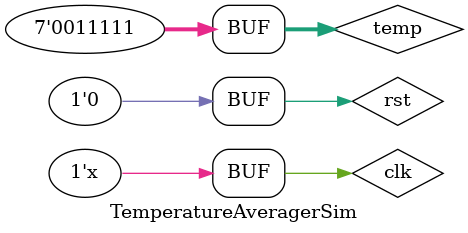
<source format=v>
module TemperatureAveragerSim();
    reg signed [6:0] temp;
    reg clk;
    reg rst;
    wire signed [6:0] T1, T2, T3, T4;
    wire signed [8:0] sum;
    wire signed [7:0] sum1, sum2;
    wire signed [11:0] sum12bits;
    wire signed [11:0] sum_divided;
    wire signed [11:0] avg_temp_rounded;
    wire signed [10:0] avg_temp;
    
    TemperatureAverager avg(
        .temp(temp),
        .clk(clk),
        .rst(rst),
        .T1(T1),
        .T2(T2),
        .T3(T3),
        .T4(T4),
        .sum(sum),
        .sum1(sum1),
        .sum2(sum2),
        .sum12bits(sum12bits),
        .sum_divided(sum_divided),
        .avg_temp_rounded(avg_temp_rounded),
        .avg_temp(avg_temp)
    );

    initial begin
        clk = 1;
        rst = 0;
        // Reset and initial values
        #10;
        rst = 1;
        #10;
        rst = 0;
        #10;

        temp = 32;
        #10
        temp = 34;
        #10;
        temp = 36;
        #10;
        temp = 31;
        #10;
    end

    always #5 clk = ~clk; 
endmodule

</source>
